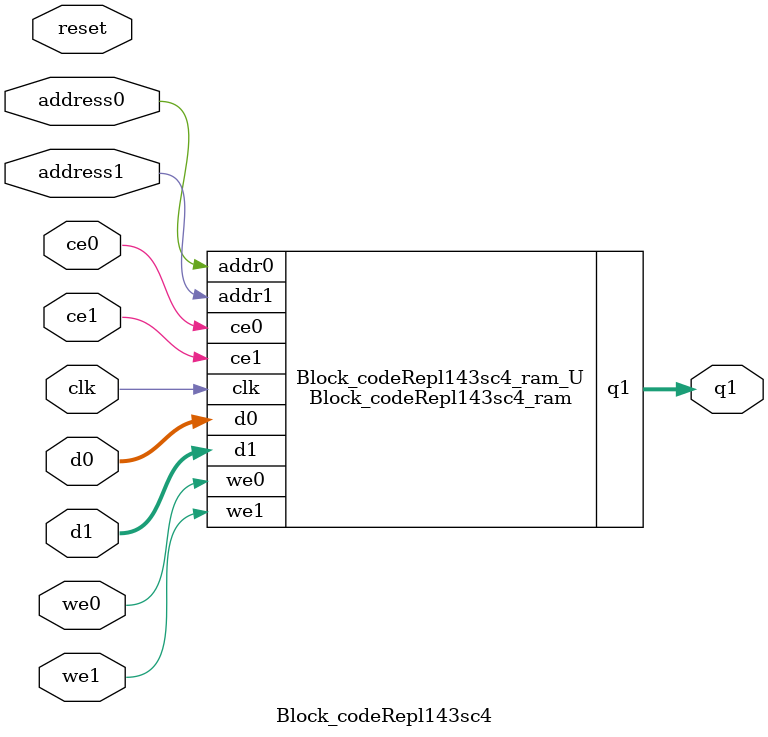
<source format=v>

`timescale 1 ns / 1 ps
module Block_codeRepl143sc4_ram (addr0, ce0, d0, we0, addr1, ce1, d1, we1, q1,  clk);

parameter DWIDTH = 32;
parameter AWIDTH = 1;
parameter MEM_SIZE = 2;

input[AWIDTH-1:0] addr0;
input ce0;
input[DWIDTH-1:0] d0;
input we0;
input[AWIDTH-1:0] addr1;
input ce1;
input[DWIDTH-1:0] d1;
input we1;
output reg[DWIDTH-1:0] q1;
input clk;

(* ram_style = "block" *)reg [DWIDTH-1:0] ram[0:MEM_SIZE-1];




always @(posedge clk)  
begin 
    if (ce0) 
    begin
        if (we0) 
        begin 
            ram[addr0] <= d0; 
        end 
    end
end


always @(posedge clk)  
begin 
    if (ce1) 
    begin
        if (we1) 
        begin 
            ram[addr1] <= d1; 
            q1 <= d1;
        end 
        else 
            q1 <= ram[addr1];
    end
end


endmodule


`timescale 1 ns / 1 ps
module Block_codeRepl143sc4(
    reset,
    clk,
    address0,
    ce0,
    we0,
    d0,
    address1,
    ce1,
    we1,
    d1,
    q1);

parameter DataWidth = 32'd32;
parameter AddressRange = 32'd2;
parameter AddressWidth = 32'd1;
input reset;
input clk;
input[AddressWidth - 1:0] address0;
input ce0;
input we0;
input[DataWidth - 1:0] d0;
input[AddressWidth - 1:0] address1;
input ce1;
input we1;
input[DataWidth - 1:0] d1;
output[DataWidth - 1:0] q1;



Block_codeRepl143sc4_ram Block_codeRepl143sc4_ram_U(
    .clk( clk ),
    .addr0( address0 ),
    .ce0( ce0 ),
    .d0( d0 ),
    .we0( we0 ),
    .addr1( address1 ),
    .ce1( ce1 ),
    .d1( d1 ),
    .we1( we1 ),
    .q1( q1 ));

endmodule


</source>
